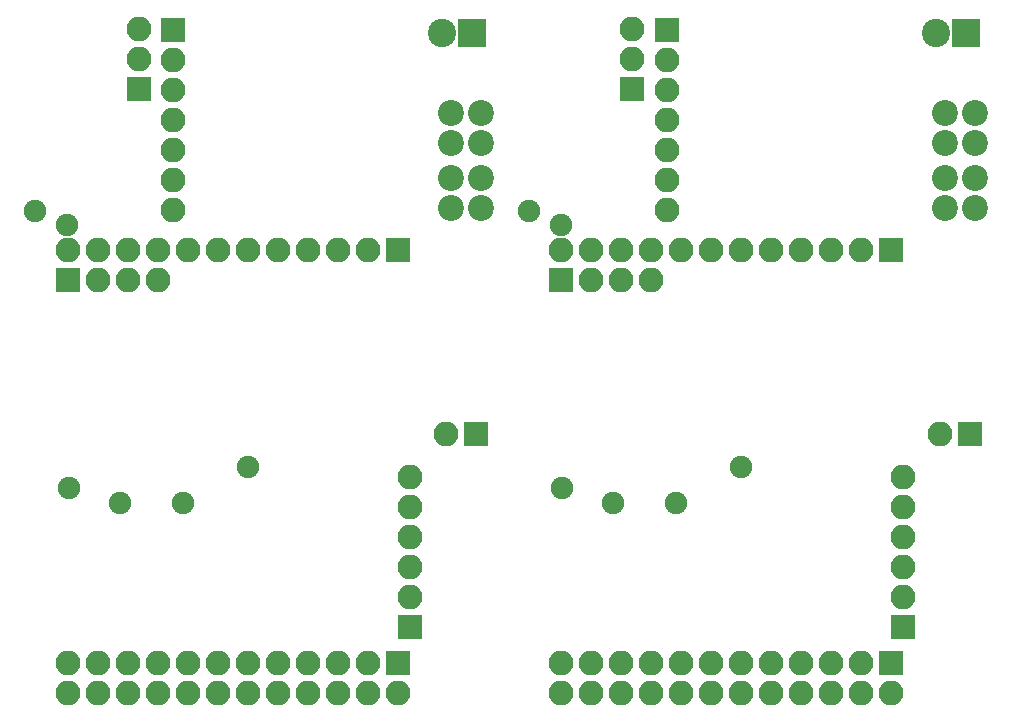
<source format=gbs>
G04 #@! TF.GenerationSoftware,KiCad,Pcbnew,5.0.0-fee4fd1~66~ubuntu16.04.1*
G04 #@! TF.CreationDate,2018-09-16T13:21:58+02:00*
G04 #@! TF.ProjectId,WiRoc_NanoPi_v1_Panelized,5769526F635F4E616E6F50695F76315F,rev?*
G04 #@! TF.SameCoordinates,Original*
G04 #@! TF.FileFunction,Soldermask,Bot*
G04 #@! TF.FilePolarity,Negative*
%FSLAX46Y46*%
G04 Gerber Fmt 4.6, Leading zero omitted, Abs format (unit mm)*
G04 Created by KiCad (PCBNEW 5.0.0-fee4fd1~66~ubuntu16.04.1) date Sun Sep 16 13:21:58 2018*
%MOMM*%
%LPD*%
G01*
G04 APERTURE LIST*
%ADD10R,2.100000X2.100000*%
%ADD11O,2.100000X2.100000*%
%ADD12C,1.900000*%
%ADD13C,2.200000*%
%ADD14R,2.400000X2.400000*%
%ADD15C,2.400000*%
G04 APERTURE END LIST*
D10*
G04 #@! TO.C,J1*
X114410900Y-66061200D03*
D11*
X111870900Y-66061200D03*
G04 #@! TD*
G04 #@! TO.C,J6*
X79806000Y-50468000D03*
X82346000Y-50468000D03*
X84886000Y-50468000D03*
X87426000Y-50468000D03*
X89966000Y-50468000D03*
X92506000Y-50468000D03*
X95046000Y-50468000D03*
X97586000Y-50468000D03*
X100126000Y-50468000D03*
X102666000Y-50468000D03*
X105206000Y-50468000D03*
D10*
X107746000Y-50468000D03*
G04 #@! TD*
D12*
G04 #@! TO.C,TP10*
X84206000Y-71882000D03*
G04 #@! TD*
G04 #@! TO.C,TP1*
X79900000Y-70612000D03*
G04 #@! TD*
D11*
G04 #@! TO.C,U2*
X88766000Y-47063000D03*
X88766000Y-44523000D03*
X88766000Y-41983000D03*
X88766000Y-39443000D03*
X88766000Y-36903000D03*
X88766000Y-34363000D03*
D10*
X88766000Y-31823000D03*
G04 #@! TD*
D11*
G04 #@! TO.C,J7*
X87426000Y-53008000D03*
X84886000Y-53008000D03*
X82346000Y-53008000D03*
D10*
X79806000Y-53008000D03*
G04 #@! TD*
D12*
G04 #@! TO.C,TP11*
X77067900Y-47180500D03*
G04 #@! TD*
D13*
G04 #@! TO.C,J2*
X112266000Y-41448000D03*
X114806000Y-41448000D03*
X112266000Y-38908000D03*
X114806000Y-38908000D03*
G04 #@! TD*
D12*
G04 #@! TO.C,TP2*
X95036000Y-68818000D03*
G04 #@! TD*
D10*
G04 #@! TO.C,J5*
X108766000Y-82368000D03*
D11*
X108766000Y-79828000D03*
X108766000Y-77288000D03*
X108766000Y-74748000D03*
X108766000Y-72208000D03*
X108766000Y-69668000D03*
G04 #@! TD*
G04 #@! TO.C,J9*
X79806000Y-88018000D03*
X79806000Y-85478000D03*
X82346000Y-88018000D03*
X82346000Y-85478000D03*
X84886000Y-88018000D03*
X84886000Y-85478000D03*
X87426000Y-88018000D03*
X87426000Y-85478000D03*
X89966000Y-88018000D03*
X89966000Y-85478000D03*
X92506000Y-88018000D03*
X92506000Y-85478000D03*
X95046000Y-88018000D03*
X95046000Y-85478000D03*
X97586000Y-88018000D03*
X97586000Y-85478000D03*
X100126000Y-88018000D03*
X100126000Y-85478000D03*
X102666000Y-88018000D03*
X102666000Y-85478000D03*
X105206000Y-88018000D03*
X105206000Y-85478000D03*
X107746000Y-88018000D03*
D10*
X107746000Y-85478000D03*
G04 #@! TD*
G04 #@! TO.C,J8*
X85807960Y-36863780D03*
D11*
X85807960Y-34323780D03*
X85807960Y-31783780D03*
G04 #@! TD*
D14*
G04 #@! TO.C,J3*
X114079000Y-32148000D03*
D15*
X111539000Y-32148000D03*
G04 #@! TD*
D13*
G04 #@! TO.C,J4*
X114806000Y-44408000D03*
X112266000Y-44408000D03*
X114806000Y-46948000D03*
X112266000Y-46948000D03*
G04 #@! TD*
D12*
G04 #@! TO.C,TP4*
X79736000Y-48348000D03*
G04 #@! TD*
G04 #@! TO.C,TP3*
X89552000Y-71882000D03*
G04 #@! TD*
D15*
G04 #@! TO.C,J3*
X69739000Y-32148000D03*
D14*
X72279000Y-32148000D03*
G04 #@! TD*
D11*
G04 #@! TO.C,J8*
X44007960Y-31783780D03*
X44007960Y-34323780D03*
D10*
X44007960Y-36863780D03*
G04 #@! TD*
G04 #@! TO.C,U2*
X46966000Y-31823000D03*
D11*
X46966000Y-34363000D03*
X46966000Y-36903000D03*
X46966000Y-39443000D03*
X46966000Y-41983000D03*
X46966000Y-44523000D03*
X46966000Y-47063000D03*
G04 #@! TD*
G04 #@! TO.C,J1*
X70070900Y-66061200D03*
D10*
X72610900Y-66061200D03*
G04 #@! TD*
D11*
G04 #@! TO.C,J5*
X66966000Y-69668000D03*
X66966000Y-72208000D03*
X66966000Y-74748000D03*
X66966000Y-77288000D03*
X66966000Y-79828000D03*
D10*
X66966000Y-82368000D03*
G04 #@! TD*
D13*
G04 #@! TO.C,J2*
X73006000Y-38908000D03*
X70466000Y-38908000D03*
X73006000Y-41448000D03*
X70466000Y-41448000D03*
G04 #@! TD*
D12*
G04 #@! TO.C,TP1*
X38100000Y-70612000D03*
G04 #@! TD*
G04 #@! TO.C,TP2*
X53236000Y-68818000D03*
G04 #@! TD*
G04 #@! TO.C,TP3*
X47752000Y-71882000D03*
G04 #@! TD*
G04 #@! TO.C,TP4*
X37936000Y-48348000D03*
G04 #@! TD*
G04 #@! TO.C,TP10*
X42406000Y-71882000D03*
G04 #@! TD*
G04 #@! TO.C,TP11*
X35267900Y-47180500D03*
G04 #@! TD*
D13*
G04 #@! TO.C,J4*
X70466000Y-46948000D03*
X73006000Y-46948000D03*
X70466000Y-44408000D03*
X73006000Y-44408000D03*
G04 #@! TD*
D10*
G04 #@! TO.C,J6*
X65946000Y-50468000D03*
D11*
X63406000Y-50468000D03*
X60866000Y-50468000D03*
X58326000Y-50468000D03*
X55786000Y-50468000D03*
X53246000Y-50468000D03*
X50706000Y-50468000D03*
X48166000Y-50468000D03*
X45626000Y-50468000D03*
X43086000Y-50468000D03*
X40546000Y-50468000D03*
X38006000Y-50468000D03*
G04 #@! TD*
D10*
G04 #@! TO.C,J7*
X38006000Y-53008000D03*
D11*
X40546000Y-53008000D03*
X43086000Y-53008000D03*
X45626000Y-53008000D03*
G04 #@! TD*
D10*
G04 #@! TO.C,J9*
X65946000Y-85478000D03*
D11*
X65946000Y-88018000D03*
X63406000Y-85478000D03*
X63406000Y-88018000D03*
X60866000Y-85478000D03*
X60866000Y-88018000D03*
X58326000Y-85478000D03*
X58326000Y-88018000D03*
X55786000Y-85478000D03*
X55786000Y-88018000D03*
X53246000Y-85478000D03*
X53246000Y-88018000D03*
X50706000Y-85478000D03*
X50706000Y-88018000D03*
X48166000Y-85478000D03*
X48166000Y-88018000D03*
X45626000Y-85478000D03*
X45626000Y-88018000D03*
X43086000Y-85478000D03*
X43086000Y-88018000D03*
X40546000Y-85478000D03*
X40546000Y-88018000D03*
X38006000Y-85478000D03*
X38006000Y-88018000D03*
G04 #@! TD*
M02*

</source>
